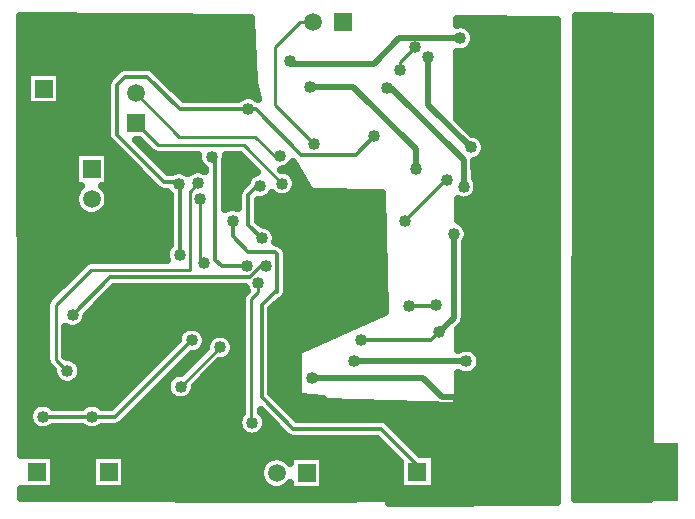
<source format=gbl>
G04 DipTrace 3.0.0.1*
G04 stspin32f0.GBL*
%MOIN*%
G04 #@! TF.FileFunction,Copper,L2,Bot*
G04 #@! TF.Part,Single*
G04 #@! TA.AperFunction,Conductor*
%ADD10C,0.009843*%
%ADD15C,0.012992*%
%ADD16C,0.019685*%
G04 #@! TA.AperFunction,CopperBalancing*
%ADD17C,0.025*%
G04 #@! TA.AperFunction,ComponentPad*
%ADD20C,0.062992*%
%ADD21R,0.062992X0.062992*%
%ADD24R,0.059055X0.059055*%
%ADD25C,0.059055*%
%ADD39R,0.19685X0.19685*%
G04 #@! TA.AperFunction,ViaPad*
%ADD40C,0.04*%
%FSLAX26Y26*%
G04*
G70*
G90*
G75*
G01*
G04 Bottom*
%LPD*%
X1869152Y1479625D2*
D15*
X1864235D1*
X1727249Y1342639D1*
X779896Y1222396D2*
X804172D1*
X805514Y1223739D1*
X1682965Y709568D2*
X1724362D1*
X1751959Y681971D1*
X1898392Y711215D2*
D16*
Y755967D1*
X1852777D1*
X1787824Y820920D1*
X1416269D1*
X1111122Y1790270D2*
D15*
X1121810D1*
X1143672Y1812133D1*
X1098445Y1862303D2*
X1087824D1*
X1074843Y1849322D1*
X1763846Y1515907D2*
D16*
Y1583041D1*
X1556118Y1790769D1*
X1410222D1*
X1417962Y1063163D2*
D15*
X1441249D1*
X1460612Y1043801D1*
X1804194Y1888795D2*
D16*
Y1730804D1*
X1946997Y1588001D1*
X1890772Y1300115D2*
Y1020028D1*
X1842735Y971991D1*
X1579782Y945407D2*
D15*
X1816151D1*
X1842735Y971991D1*
X1932127Y874769D2*
D16*
X1557294D1*
X978012Y1231177D2*
D15*
Y1469572D1*
X974471Y1466031D1*
X1205358Y1715845D2*
X1229634D1*
X1381003Y1564476D1*
X1563992D1*
X1624693Y1625177D1*
X1205358Y1715845D2*
X977184D1*
X868504Y1824525D1*
X795933D1*
X768286Y1796878D1*
Y1629497D1*
X924281Y1473503D1*
X967000D1*
X974471Y1466031D1*
X684018Y690736D2*
X520655D1*
X684018D2*
X762562D1*
X1017031Y945206D1*
X1923245Y1457311D2*
D16*
Y1546417D1*
X1681892Y1787770D1*
X1666663D1*
X1739899Y1059301D2*
D15*
X1828444D1*
X1830972Y1061829D1*
X1912619Y1952580D2*
D16*
X1708831D1*
X1623596Y1867345D1*
X1352723D1*
X1345215Y1874853D1*
X1153198Y1343429D2*
D15*
Y1292920D1*
X1205535Y1240583D1*
X1281430D1*
X1282822Y1239192D1*
X1293891D1*
X1300566Y1232517D1*
Y1106230D1*
X1293038D1*
X1249591Y1062782D1*
Y756462D1*
X1355618Y650434D1*
X1647885D1*
X1765513Y532806D1*
Y510925D1*
X1768938Y507500D1*
X1199769Y1191837D2*
X1116406D1*
X1094201Y1214042D1*
Y1567831D1*
X1084277Y1557907D1*
X1317879Y1467537D2*
D10*
X1189808Y1595608D1*
X903295D1*
X829660Y1669243D1*
X1264415Y1193364D2*
D15*
X1248804D1*
X1211131Y1155690D1*
X745887D1*
X619992Y1029797D1*
X602037Y842639D2*
D10*
X563639Y881037D1*
Y1063974D1*
X680094Y1180429D1*
X1009877D1*
Y1441247D1*
X1038201Y1469572D1*
X1043512Y1415617D2*
Y1196950D1*
X1052055D1*
X1056974Y1201869D1*
X1111066Y921424D2*
X980446Y790803D1*
X1239228Y1136157D2*
Y1105596D1*
X1215379Y1081747D1*
Y674022D1*
X1218576Y670825D1*
X1250593Y1284913D2*
D15*
X1205400Y1330106D1*
Y1430323D1*
X1244894Y1469816D1*
Y1459615D1*
X1312479Y1560815D2*
D10*
Y1576528D1*
X1303077Y1567126D1*
Y1548881D1*
X1229249Y1622709D1*
X976194D1*
X829660Y1769243D1*
X1421306Y2006782D2*
X1377538D1*
X1294942Y1924185D1*
Y1728066D1*
X1424558Y1598450D1*
X1709862Y1845844D2*
Y1872453D1*
X1761180Y1923770D1*
D40*
X1869152Y1479625D3*
X1727249Y1342639D3*
X779896Y1222396D3*
X1682965Y709568D3*
X1898392Y711215D3*
X1416269Y820920D3*
X1111122Y1790270D3*
X1098445Y1862303D3*
X1763846Y1515907D3*
X1410222Y1790769D3*
X1417962Y1063163D3*
X1804194Y1888795D3*
X1946997Y1588001D3*
X1890772Y1300115D3*
X1842735Y971991D3*
X1579782Y945407D3*
X1932127Y874769D3*
X1557294D3*
X978012Y1231177D3*
X974471Y1466031D3*
X1205358Y1715845D3*
X1624693Y1625177D3*
X1205358Y1715845D3*
X684018Y690736D3*
X520655D3*
X1017031Y945206D3*
X684018Y690736D3*
X1923245Y1457311D3*
X1666663Y1787770D3*
X1739899Y1059301D3*
X1830972Y1061829D3*
X1912619Y1952580D3*
X1345215Y1874853D3*
X1153198Y1343429D3*
X1199769Y1191837D3*
X1084277Y1557907D3*
X1317879Y1467537D3*
X1264415Y1193364D3*
X619992Y1029797D3*
X602037Y842639D3*
X1038201Y1469572D3*
X1043512Y1415617D3*
X1056974Y1201869D3*
X1111066Y921424D3*
X980446Y790803D3*
X1239228Y1136157D3*
X1218576Y670825D3*
X1250593Y1284913D3*
X1244894Y1459615D3*
X1312479Y1560815D3*
X1424558Y1598450D3*
X1709862Y1845844D3*
X1761180Y1923770D3*
X1959375Y1861718D3*
X1959127Y1823220D3*
X1996008Y1858980D3*
X2035000Y1859535D3*
X2073201Y1857034D3*
X2073953Y1794522D3*
X1954862Y772089D3*
X1947950Y733604D3*
X1954234Y703759D3*
X2007013Y774133D3*
X2051625Y774602D3*
X2049098Y1210290D3*
X2009213Y1206419D3*
X1980028Y1210142D3*
X1942248Y1207001D3*
X1948610Y1263785D3*
X1329808Y1302459D3*
Y1350840D3*
Y1404404D3*
X2321014Y1646343D3*
X2385092Y1643413D3*
X2444042Y1645135D3*
X2445471Y1590539D3*
X2385530Y1593470D3*
X2325005Y1594752D3*
X2325224Y1534738D3*
X2384249Y1534812D3*
X2441699Y1536240D3*
X2319953Y1103699D3*
X2372444Y1104371D3*
X2427717Y1100243D3*
X2426753Y1048134D3*
X2371861Y1048806D3*
X2319661Y1049098D3*
X2322825Y991424D3*
X2374934Y992388D3*
X2427427Y992096D3*
X2413803Y581499D3*
X2361694Y582552D3*
X2307566Y584664D3*
Y519022D3*
X2355837Y519605D3*
X2413803Y518549D3*
X1347112Y727984D3*
X1395492D3*
X1941066Y1991157D2*
D17*
X2232306D1*
X1959522Y1966289D2*
X2232306D1*
X1960255Y1941420D2*
X2232306D1*
X1944483Y1916551D2*
X2232306D1*
X1904346Y1891682D2*
X2232306D1*
X1904445Y1866814D2*
X2232306D1*
X1904542Y1841945D2*
X2232306D1*
X1904640Y1817076D2*
X2232306D1*
X1904738Y1792207D2*
X2232306D1*
X1904835Y1767339D2*
X2232306D1*
X1904933Y1742470D2*
X2232306D1*
X1905030Y1717601D2*
X2232306D1*
X1905129Y1692732D2*
X2232306D1*
X1920997Y1667864D2*
X2232306D1*
X1945850Y1642995D2*
X2232306D1*
X1984913Y1618126D2*
X2232306D1*
X1995705Y1593257D2*
X2232306D1*
X1991651Y1568388D2*
X2232306D1*
X1963038Y1543520D2*
X2232306D1*
X1962062Y1518651D2*
X2232306D1*
X1962062Y1493782D2*
X2232306D1*
X1970753Y1468913D2*
X2232306D1*
X1970314Y1444045D2*
X2232306D1*
X1952345Y1419176D2*
X2232306D1*
X1906251Y1394307D2*
X2232306D1*
X1906349Y1369438D2*
X2232306D1*
X1906886Y1344570D2*
X2232306D1*
X1935450Y1319701D2*
X2232306D1*
X1939454Y1294832D2*
X2232306D1*
X1929591Y1269963D2*
X2232306D1*
X1929591Y1245094D2*
X2232306D1*
X1929591Y1220226D2*
X2232306D1*
X1929591Y1195357D2*
X2232306D1*
X1929591Y1170488D2*
X2232306D1*
X1929591Y1145619D2*
X2232306D1*
X1929591Y1120751D2*
X2232306D1*
X1929591Y1095882D2*
X2232306D1*
X1929591Y1071013D2*
X2232306D1*
X1929591Y1046144D2*
X2232306D1*
X1929591Y1021276D2*
X2232306D1*
X1920850Y996407D2*
X2232306D1*
X1907911Y971538D2*
X2232306D1*
X1908009Y946669D2*
X2232306D1*
X1908106Y921801D2*
X2232306D1*
X1975490Y896932D2*
X2232306D1*
X1981056Y872063D2*
X2232306D1*
X1972071Y847194D2*
X2232306D1*
X1908497Y822325D2*
X2232306D1*
X1908594Y797457D2*
X2232306D1*
X1908693Y772588D2*
X2232306D1*
X1908741Y747719D2*
X2232306D1*
X1468361Y722850D2*
X2232306D1*
X1468556Y697982D2*
X2232306D1*
X1674318Y673113D2*
X2232306D1*
X1699220Y648244D2*
X2232306D1*
X1724073Y623375D2*
X2232306D1*
X1469190Y598507D2*
X1650665D1*
X1748927D2*
X2232306D1*
X1469337Y573638D2*
X1675567D1*
X1773829D2*
X2232306D1*
X1469483Y548769D2*
X1700421D1*
X1829445D2*
X2232306D1*
X1469678Y523900D2*
X1708429D1*
X1829445D2*
X2232306D1*
X1469825Y499031D2*
X1708429D1*
X1829445D2*
X2232306D1*
X1469972Y474163D2*
X1708429D1*
X1829445D2*
X2232306D1*
X1470167Y449294D2*
X2232306D1*
X1470314Y424425D2*
X2232306D1*
X1779457Y565487D2*
X1826928D1*
Y449510D1*
X1710951D1*
Y540770D1*
X1634223Y617444D1*
X1466585Y617446D1*
X1467867Y415277D1*
X1664909Y418736D1*
X1668651Y417597D1*
X1671857Y415357D1*
X1674214Y412236D1*
X1675491Y408539D1*
X1675549Y404550D1*
X1675430Y403298D1*
X2234814Y406554D1*
X2234650Y2011434D1*
X1901329Y2015858D1*
X1901425Y1997667D1*
X1908972Y1998929D1*
X1916268D1*
X1923474Y1997789D1*
X1930412Y1995534D1*
X1936912Y1992222D1*
X1942814Y1987933D1*
X1947972Y1982774D1*
X1952261Y1976873D1*
X1955573Y1970373D1*
X1957828Y1963434D1*
X1958969Y1956228D1*
Y1948933D1*
X1957828Y1941727D1*
X1955573Y1934789D1*
X1952261Y1928289D1*
X1947972Y1922387D1*
X1942814Y1917228D1*
X1936912Y1912940D1*
X1930412Y1909627D1*
X1923474Y1907373D1*
X1916268Y1906232D1*
X1908972D1*
X1901753Y1907377D1*
X1902640Y1683703D1*
X1952147Y1634238D1*
X1961365Y1632218D1*
X1968105Y1629425D1*
X1974325Y1625614D1*
X1979873Y1620875D1*
X1984612Y1615328D1*
X1988423Y1609108D1*
X1991215Y1602367D1*
X1992917Y1595274D1*
X1993490Y1588001D1*
X1992917Y1580727D1*
X1991215Y1573634D1*
X1988423Y1566894D1*
X1984612Y1560673D1*
X1979873Y1555126D1*
X1974325Y1550387D1*
X1968105Y1546576D1*
X1961365Y1543783D1*
X1959567Y1543277D1*
X1959581Y1486311D1*
X1964671Y1478419D1*
X1967463Y1471678D1*
X1969165Y1464585D1*
X1969738Y1457311D1*
X1969165Y1450038D1*
X1967463Y1442945D1*
X1964671Y1436205D1*
X1960860Y1429984D1*
X1956121Y1424437D1*
X1950573Y1419698D1*
X1944353Y1415887D1*
X1937613Y1413094D1*
X1930520Y1411392D1*
X1923245Y1410819D1*
X1915972Y1411392D1*
X1908879Y1413094D1*
X1903655Y1415189D1*
X1903953Y1344741D1*
X1911879Y1341541D1*
X1918100Y1337730D1*
X1923647Y1332991D1*
X1928386Y1327444D1*
X1932197Y1321223D1*
X1934990Y1314483D1*
X1936692Y1307390D1*
X1937264Y1300115D1*
X1936692Y1292843D1*
X1934990Y1285749D1*
X1932197Y1279009D1*
X1928386Y1272789D1*
X1927088Y1271143D1*
X1926995Y1017176D1*
X1926104Y1011545D1*
X1924341Y1006122D1*
X1921753Y1001042D1*
X1918402Y996429D1*
X1905312Y983182D1*
X1905625Y913007D1*
X1911021Y916194D1*
X1917761Y918987D1*
X1924854Y920689D1*
X1932127Y921261D1*
X1939402Y920689D1*
X1946495Y918987D1*
X1953235Y916194D1*
X1959455Y912383D1*
X1965003Y907644D1*
X1969741Y902097D1*
X1973552Y895877D1*
X1976345Y889136D1*
X1978047Y882043D1*
X1978619Y874769D1*
X1978047Y867496D1*
X1976345Y860403D1*
X1973552Y853663D1*
X1969741Y847442D1*
X1965003Y841895D1*
X1959455Y837156D1*
X1953235Y833345D1*
X1946495Y830552D1*
X1939402Y828850D1*
X1932127Y828277D1*
X1924854Y828850D1*
X1917761Y830552D1*
X1911021Y833345D1*
X1905903Y836420D1*
X1906156Y736031D1*
X1904962Y732307D1*
X1902676Y729134D1*
X1899521Y726823D1*
X1895806Y725601D1*
X1893411Y725445D1*
X1465740Y738862D1*
X1466133Y683436D1*
X1650472Y683322D1*
X1658077Y681808D1*
X1665121Y678562D1*
X1671210Y673761D1*
X1671437Y673516D1*
X1779451Y565520D1*
X2301068Y2000213D2*
X2541185D1*
X2301020Y1975344D2*
X2541185D1*
X2300971Y1950475D2*
X2541185D1*
X2300921Y1925608D2*
X2541185D1*
X2300921Y1900739D2*
X2541185D1*
X2300873Y1875870D2*
X2541185D1*
X2300824Y1851001D2*
X2541185D1*
X2300776Y1826133D2*
X2541185D1*
X2300727Y1801264D2*
X2541185D1*
X2300677Y1776395D2*
X2541185D1*
X2300677Y1751526D2*
X2541185D1*
X2300629Y1726657D2*
X2541185D1*
X2300580Y1701789D2*
X2541185D1*
X2300531Y1676920D2*
X2541185D1*
X2300483Y1652051D2*
X2541185D1*
X2300433Y1627182D2*
X2541185D1*
X2300433Y1602314D2*
X2541185D1*
X2300385Y1577445D2*
X2541185D1*
X2300336Y1552576D2*
X2541185D1*
X2300287Y1527707D2*
X2541185D1*
X2300239Y1502839D2*
X2541185D1*
X2300189Y1477970D2*
X2541185D1*
X2300189Y1453101D2*
X2541185D1*
X2300140Y1428232D2*
X2541185D1*
X2300092Y1403364D2*
X2541185D1*
X2300043Y1378495D2*
X2541185D1*
X2299995Y1353626D2*
X2541185D1*
X2299945Y1328757D2*
X2541185D1*
X2299945Y1303888D2*
X2541185D1*
X2299896Y1279020D2*
X2541185D1*
X2299848Y1254151D2*
X2541185D1*
X2299799Y1229282D2*
X2541185D1*
X2299749Y1204413D2*
X2541185D1*
X2299701Y1179545D2*
X2541185D1*
X2299701Y1154676D2*
X2541185D1*
X2299652Y1129807D2*
X2541185D1*
X2299604Y1104938D2*
X2541185D1*
X2299555Y1080070D2*
X2541185D1*
X2299505Y1055201D2*
X2541185D1*
X2299457Y1030332D2*
X2541185D1*
X2299457Y1005463D2*
X2541185D1*
X2299408Y980594D2*
X2541185D1*
X2299360Y955726D2*
X2541185D1*
X2299311Y930857D2*
X2541185D1*
X2299261Y905988D2*
X2541185D1*
X2299213Y881119D2*
X2541185D1*
X2299213Y856251D2*
X2541185D1*
X2299164Y831382D2*
X2541185D1*
X2299115Y806513D2*
X2541185D1*
X2299067Y781644D2*
X2541185D1*
X2299017Y756776D2*
X2541185D1*
X2298969Y731907D2*
X2541185D1*
X2298969Y707038D2*
X2541185D1*
X2298920Y682169D2*
X2541185D1*
X2298871Y657301D2*
X2541185D1*
X2298823Y632432D2*
X2541185D1*
X2298773Y607563D2*
X2541185D1*
X2298773Y582694D2*
X2541185D1*
X2298724Y557825D2*
X2541185D1*
X2298676Y532957D2*
X2541185D1*
X2298627Y508088D2*
X2541185D1*
X2298579Y483219D2*
X2541185D1*
X2298529Y458350D2*
X2541185D1*
X2298529Y433482D2*
X2541185D1*
X2298604Y2025110D2*
X2295976Y415445D1*
X2543696Y416773D1*
X2543669Y2024534D1*
X2298602Y2025055D1*
X448151Y2000217D2*
X1212585D1*
X448201Y1975348D2*
X1213903D1*
X448249Y1950479D2*
X1215270D1*
X448346Y1925610D2*
X1216638D1*
X448395Y1900741D2*
X1217955D1*
X448445Y1875873D2*
X1219323D1*
X448493Y1851004D2*
X773766D1*
X890681D2*
X1220642D1*
X448542Y1826135D2*
X464580D1*
X581598D2*
X748425D1*
X916022D2*
X1222009D1*
X448591Y1801266D2*
X464587D1*
X581598D2*
X733093D1*
X940875D2*
X1223865D1*
X448639Y1776398D2*
X464499D1*
X581598D2*
X732799D1*
X965778D2*
X1229626D1*
X448689Y1751529D2*
X464505D1*
X581598D2*
X732799D1*
X990631D2*
X1173034D1*
X448786Y1726660D2*
X732799D1*
X448835Y1701791D2*
X732799D1*
X448883Y1676923D2*
X732799D1*
X448933Y1652054D2*
X732799D1*
X448982Y1627185D2*
X732898D1*
X449030Y1602316D2*
X746325D1*
X449079Y1577448D2*
X771227D1*
X449127Y1552579D2*
X624499D1*
X741510D2*
X796081D1*
X894343D2*
X1035583D1*
X1132966D2*
X1185925D1*
X449226Y1527710D2*
X624499D1*
X741510D2*
X820934D1*
X919197D2*
X1046423D1*
X1129694D2*
X1210778D1*
X449274Y1502841D2*
X624499D1*
X741510D2*
X845787D1*
X1129694D2*
X1225281D1*
X1350642D2*
X1372693D1*
X449323Y1477972D2*
X624499D1*
X741510D2*
X870690D1*
X1129694D2*
X1199694D1*
X1365681D2*
X1387975D1*
X449371Y1453104D2*
X638757D1*
X727253D2*
X895543D1*
X1129694D2*
X1179039D1*
X1364558D2*
X1403210D1*
X449421Y1428235D2*
X625866D1*
X740094D2*
X942517D1*
X1129694D2*
X1169909D1*
X1345222D2*
X1649499D1*
X449470Y1403366D2*
X625866D1*
X740143D2*
X942517D1*
X1129694D2*
X1169909D1*
X1240875D2*
X1650037D1*
X449518Y1378497D2*
X638659D1*
X727350D2*
X942517D1*
X1240875D2*
X1650525D1*
X449567Y1353629D2*
X942517D1*
X1240875D2*
X1651013D1*
X449665Y1328760D2*
X942517D1*
X1268562D2*
X1651501D1*
X449714Y1303891D2*
X942517D1*
X1295514D2*
X1652038D1*
X449762Y1279022D2*
X942517D1*
X1299226D2*
X1652526D1*
X449811Y1254154D2*
X935094D1*
X1327937D2*
X1653014D1*
X449861Y1229285D2*
X929039D1*
X1336042D2*
X1653503D1*
X449909Y1204416D2*
X657311D1*
X1336042D2*
X1654039D1*
X449958Y1179547D2*
X632311D1*
X1336042D2*
X1654529D1*
X450007Y1154678D2*
X607458D1*
X1336042D2*
X1655017D1*
X450105Y1129810D2*
X582555D1*
X1336042D2*
X1655505D1*
X450154Y1104941D2*
X557702D1*
X744294D2*
X1191686D1*
X1335993D2*
X1656042D1*
X450202Y1080072D2*
X534167D1*
X719391D2*
X1181482D1*
X1323151D2*
X1656530D1*
X450251Y1055203D2*
X529723D1*
X694538D2*
X1181482D1*
X1291169D2*
X1657018D1*
X450299Y1030335D2*
X529723D1*
X669685D2*
X1181482D1*
X1285066D2*
X1633825D1*
X450349Y1005466D2*
X529723D1*
X662117D2*
X1181482D1*
X1285066D2*
X1578894D1*
X450398Y980597D2*
X529723D1*
X597517D2*
X984362D1*
X1049665D2*
X1181482D1*
X1285066D2*
X1523962D1*
X450446Y955728D2*
X529723D1*
X597517D2*
X969226D1*
X1144929D2*
X1181482D1*
X1285066D2*
X1469030D1*
X450543Y930860D2*
X529723D1*
X597517D2*
X953551D1*
X1159089D2*
X1181482D1*
X1285066D2*
X1414098D1*
X450593Y905991D2*
X529723D1*
X597517D2*
X928698D1*
X1157429D2*
X1181482D1*
X1285066D2*
X1368445D1*
X450642Y881122D2*
X529723D1*
X630622D2*
X903795D1*
X1002058D2*
X1023865D1*
X1136726D2*
X1181482D1*
X1285066D2*
X1368445D1*
X450690Y856253D2*
X541539D1*
X648982D2*
X878942D1*
X977203D2*
X999010D1*
X1092781D2*
X1181482D1*
X1285066D2*
X1368445D1*
X450739Y831385D2*
X554430D1*
X649665D2*
X854089D1*
X1067927D2*
X1181482D1*
X1285066D2*
X1368445D1*
X450787Y806516D2*
X570251D1*
X633795D2*
X829186D1*
X1043073D2*
X1181482D1*
X1285066D2*
X1368445D1*
X450837Y781647D2*
X804333D1*
X902594D2*
X932361D1*
X1028522D2*
X1181482D1*
X1285066D2*
X1368445D1*
X450886Y756778D2*
X779479D1*
X877741D2*
X946277D1*
X1014606D2*
X1181482D1*
X1298395D2*
X1368445D1*
X450983Y731909D2*
X496570D1*
X544734D2*
X659949D1*
X708113D2*
X754577D1*
X852887D2*
X1181482D1*
X1323298D2*
X1453601D1*
X451033Y707041D2*
X474597D1*
X827986D2*
X1181482D1*
X1348151D2*
X1455554D1*
X451081Y682172D2*
X472449D1*
X803131D2*
X1170983D1*
X451130Y657303D2*
X485827D1*
X555475D2*
X649206D1*
X718806D2*
X1171618D1*
X1265534D2*
X1299597D1*
X451178Y632434D2*
X1189879D1*
X1247322D2*
X1324499D1*
X451227Y607566D2*
X1463219D1*
X451277Y582697D2*
X1465123D1*
X559186Y557828D2*
X681482D1*
X798493D2*
X1286510D1*
X1313043D2*
X1341247D1*
X559186Y532959D2*
X681482D1*
X798493D2*
X1250037D1*
X559186Y508091D2*
X681482D1*
X798493D2*
X1241491D1*
X1458307D2*
X1470886D1*
X559186Y483222D2*
X681482D1*
X798493D2*
X1244811D1*
X1458307D2*
X1472790D1*
X559186Y458353D2*
X681482D1*
X798493D2*
X1263269D1*
X1458307D2*
X1474694D1*
X451618Y433484D2*
X1476647D1*
X639479Y1571759D2*
X739018D1*
Y1459719D1*
X717680D1*
X722610Y1455352D1*
X728319Y1448667D1*
X732912Y1441172D1*
X736276Y1433051D1*
X738328Y1424503D1*
X739017Y1415739D1*
X738328Y1406976D1*
X736276Y1398428D1*
X732912Y1390307D1*
X728319Y1382812D1*
X722610Y1376127D1*
X715925Y1370419D1*
X708430Y1365825D1*
X700310Y1362462D1*
X691761Y1360409D1*
X682997Y1359719D1*
X674235Y1360409D1*
X665686Y1362462D1*
X657566Y1365825D1*
X650071Y1370419D1*
X643386Y1376127D1*
X637677Y1382812D1*
X633084Y1390307D1*
X629720Y1398428D1*
X627668Y1406976D1*
X626978Y1415739D1*
X627668Y1424503D1*
X629720Y1433051D1*
X633084Y1441172D1*
X637677Y1448667D1*
X643386Y1455352D1*
X648357Y1459710D1*
X626979Y1459719D1*
Y1571759D1*
X639479D1*
X841295Y1613223D2*
X831238D1*
X937971Y1506466D1*
X951576Y1506492D1*
X960105Y1510248D1*
X967198Y1511950D1*
X974471Y1512524D1*
X981745Y1511950D1*
X988839Y1510248D1*
X995579Y1507455D1*
X1001799Y1503644D1*
X1004453Y1501551D1*
X1010874Y1507185D1*
X1017094Y1510996D1*
X1023835Y1513789D1*
X1030928Y1515491D1*
X1038201Y1516064D1*
X1045475Y1515491D1*
X1052568Y1513789D1*
X1059308Y1510996D1*
X1061238Y1509916D1*
X1061213Y1517509D1*
X1054084Y1522555D1*
X1048925Y1527714D1*
X1044636Y1533615D1*
X1041324Y1540115D1*
X1039070Y1547054D1*
X1037929Y1554260D1*
Y1561555D1*
X1038243Y1564203D1*
X900832Y1564290D1*
X893591Y1565731D1*
X886883Y1568823D1*
X881084Y1573394D1*
X880856Y1573642D1*
X841276Y1613203D1*
X1356257Y558869D2*
X1455797D1*
Y446829D1*
X1343757D1*
Y468168D1*
X1339388Y463238D1*
X1332703Y457529D1*
X1325209Y452936D1*
X1317088Y449572D1*
X1308539Y447520D1*
X1299776Y446829D1*
X1291013Y447520D1*
X1282465Y449572D1*
X1274344Y452936D1*
X1266849Y457529D1*
X1260164Y463238D1*
X1254455Y469923D1*
X1249862Y477417D1*
X1246499Y485538D1*
X1244446Y494087D1*
X1243756Y502849D1*
X1244446Y511613D1*
X1246499Y520161D1*
X1249862Y528282D1*
X1254455Y535777D1*
X1260164Y542462D1*
X1266849Y548171D1*
X1274344Y552764D1*
X1282465Y556127D1*
X1291013Y558180D1*
X1299776Y558870D1*
X1308539Y558180D1*
X1317088Y556127D1*
X1325209Y552764D1*
X1332703Y548171D1*
X1339388Y542462D1*
X1343747Y537491D1*
X1343757Y558869D1*
X1356257D1*
X448786Y562635D2*
X556676D1*
Y450596D1*
X449104D1*
X449220Y419230D1*
X1480514Y415946D1*
X1464942Y617479D1*
X1353030Y617549D1*
X1345425Y619062D1*
X1338382Y622308D1*
X1332293Y627109D1*
X1332066Y627354D1*
X1246770Y712631D1*
X1248770Y706178D1*
X1253929Y701020D1*
X1258218Y695118D1*
X1261530Y688618D1*
X1263785Y681680D1*
X1264925Y674474D1*
Y667178D1*
X1263785Y659972D1*
X1261530Y653034D1*
X1258218Y646534D1*
X1253929Y640633D1*
X1248770Y635474D1*
X1242869Y631185D1*
X1236369Y627873D1*
X1229430Y625618D1*
X1222224Y624478D1*
X1214929D1*
X1207723Y625618D1*
X1200785Y627873D1*
X1194285Y631185D1*
X1188383Y635474D1*
X1183224Y640633D1*
X1178936Y646534D1*
X1175623Y653034D1*
X1173369Y659972D1*
X1172228Y667178D1*
Y674474D1*
X1173369Y681680D1*
X1175623Y688618D1*
X1178936Y695118D1*
X1183988Y701848D1*
X1184063Y1084211D1*
X1185504Y1091453D1*
X1188596Y1098160D1*
X1193167Y1103959D1*
X1193415Y1104188D1*
X1200176Y1110967D1*
X1196276Y1118365D1*
X1194753Y1122710D1*
X759521Y1122702D1*
X666499Y1029648D1*
X665913Y1022522D1*
X664211Y1015429D1*
X661419Y1008689D1*
X657608Y1002469D1*
X652869Y996921D1*
X647322Y992182D1*
X641101Y988371D1*
X634361Y985579D1*
X627268Y983877D1*
X619993Y983304D1*
X612720Y983877D1*
X605627Y985579D1*
X598887Y988371D1*
X595050Y990591D1*
X595054Y894003D1*
X602037Y889131D1*
X609311Y888559D1*
X616404Y886857D1*
X623144Y884064D1*
X629365Y880253D1*
X634912Y875514D1*
X639651Y869967D1*
X643462Y863747D1*
X646255Y857007D1*
X647957Y849913D1*
X648529Y842639D1*
X647957Y835366D1*
X646255Y828273D1*
X643462Y821533D1*
X639651Y815312D1*
X634912Y809765D1*
X629365Y805026D1*
X623144Y801215D1*
X616404Y798423D1*
X609311Y796720D1*
X602037Y796147D1*
X594764Y796720D1*
X587671Y798423D1*
X580930Y801215D1*
X574710Y805026D1*
X569163Y809765D1*
X564424Y815312D1*
X560613Y821533D1*
X557820Y828273D1*
X556118Y835366D1*
X555545Y842639D1*
X555625Y844648D1*
X539753Y860636D1*
X535650Y866776D1*
X533094Y873703D1*
X532226Y881037D1*
X532240Y881374D1*
X532323Y1066438D1*
X533764Y1073680D1*
X536856Y1080387D1*
X541427Y1086186D1*
X541675Y1086415D1*
X659694Y1204315D1*
X665833Y1208419D1*
X672761Y1210974D1*
X680094Y1211843D1*
X680432Y1211829D1*
X935710Y1211843D1*
X932804Y1220323D1*
X931664Y1227529D1*
Y1234824D1*
X932804Y1242030D1*
X935059Y1248969D1*
X938371Y1255469D1*
X942660Y1261370D1*
X945031Y1263936D1*
X945024Y1430054D1*
X939119Y1435837D1*
X935647Y1440517D1*
X921693Y1440617D1*
X914088Y1442130D1*
X907045Y1445377D1*
X900955Y1450177D1*
X900728Y1450423D1*
X743202Y1608073D1*
X738894Y1614521D1*
X736210Y1621797D1*
X735298Y1629497D1*
X735311Y1629832D1*
X735400Y1799467D1*
X736913Y1807072D1*
X740160Y1814115D1*
X744961Y1820205D1*
X745206Y1820432D1*
X774509Y1849610D1*
X780957Y1853919D1*
X788232Y1856602D1*
X795933Y1857514D1*
X796268Y1857501D1*
X871093Y1857412D1*
X878698Y1855899D1*
X885741Y1852652D1*
X891831Y1847852D1*
X892058Y1847606D1*
X990888Y1748795D1*
X1172643Y1748835D1*
X1178031Y1753459D1*
X1184252Y1757270D1*
X1190992Y1760063D1*
X1198085Y1761765D1*
X1205358Y1762337D1*
X1212633Y1761765D1*
X1219726Y1760063D1*
X1226466Y1757270D1*
X1232686Y1753459D1*
X1238631Y1748291D1*
X1225655Y1805348D1*
X1214051Y2019043D1*
X445598Y2024988D1*
X448836Y562664D1*
X696471Y562951D2*
X796010D1*
Y450912D1*
X683971D1*
Y562951D1*
X696471D1*
X479542Y1840314D2*
X579081D1*
Y1728274D1*
X467042D1*
Y1840314D1*
X479542D1*
X1172600Y1748827D2*
X1178031Y1753459D1*
X1184252Y1757270D1*
X1190992Y1760063D1*
X1198085Y1761765D1*
X1205358Y1762337D1*
X1212633Y1761765D1*
X1219726Y1760063D1*
X1226466Y1757270D1*
X1232686Y1753459D1*
X1238631Y1748291D1*
X716778Y657755D2*
X711346Y653122D1*
X705126Y649311D1*
X698386Y646518D1*
X691293Y644816D1*
X684018Y644244D1*
X676745Y644816D1*
X669652Y646518D1*
X662912Y649311D1*
X656692Y653122D1*
X651256Y657747D1*
X553404D1*
X547983Y653122D1*
X541762Y649311D1*
X535022Y646518D1*
X527929Y644816D1*
X520655Y644244D1*
X513382Y644816D1*
X506289Y646518D1*
X499549Y649311D1*
X493328Y653122D1*
X487781Y657861D1*
X483042Y663408D1*
X479231Y669629D1*
X476438Y676369D1*
X474736Y683462D1*
X474163Y690736D1*
X474736Y698009D1*
X476438Y705102D1*
X479231Y711843D1*
X483042Y718063D1*
X487781Y723610D1*
X493328Y728349D1*
X499549Y732160D1*
X506289Y734953D1*
X513382Y736655D1*
X520655Y737228D1*
X527929Y736655D1*
X535022Y734953D1*
X541762Y732160D1*
X547983Y728349D1*
X553415Y723717D1*
X651270Y723724D1*
X656692Y728349D1*
X662912Y732160D1*
X669652Y734953D1*
X676745Y736655D1*
X684018Y737228D1*
X691293Y736655D1*
X698386Y734953D1*
X705126Y732160D1*
X711346Y728349D1*
X716778Y723717D1*
X748912Y723724D1*
X970529Y945356D1*
X971113Y952480D1*
X972815Y959573D1*
X975608Y966314D1*
X979419Y972534D1*
X984157Y978081D1*
X989705Y982820D1*
X995925Y986631D1*
X1002665Y989424D1*
X1009759Y991126D1*
X1017031Y991698D1*
X1024306Y991126D1*
X1031399Y989424D1*
X1038139Y986631D1*
X1044360Y982820D1*
X1049907Y978081D1*
X1054646Y972534D1*
X1058457Y966314D1*
X1061249Y959573D1*
X1062951Y952480D1*
X1063524Y945206D1*
X1062951Y937933D1*
X1061249Y930840D1*
X1058457Y924100D1*
X1054646Y917879D1*
X1049907Y912332D1*
X1044360Y907593D1*
X1038139Y903782D1*
X1031399Y900990D1*
X1024306Y899287D1*
X1017189Y898720D1*
X783986Y665651D1*
X777537Y661343D1*
X770262Y658659D1*
X762560Y657747D1*
X762227Y657760D1*
X716810Y657747D1*
X711346Y653122D1*
X705126Y649311D1*
X698386Y646518D1*
X691293Y644816D1*
X684018Y644244D1*
X676745Y644816D1*
X669652Y646518D1*
X662912Y649311D1*
X656692Y653122D1*
X651260Y657755D1*
X1321668Y1258067D2*
X1327255Y1251907D1*
X1331043Y1245140D1*
X1333148Y1237677D1*
X1333555Y1232517D1*
X1333453Y1103642D1*
X1331940Y1096037D1*
X1328693Y1088993D1*
X1323892Y1082904D1*
X1317803Y1078104D1*
X1310760Y1074857D1*
X1307881Y1074076D1*
X1282564Y1049102D1*
X1282580Y770155D1*
X1369281Y683425D1*
X1459867Y683424D1*
X1454833Y748633D1*
X1380428Y755223D1*
X1376827Y756748D1*
X1373873Y759311D1*
X1371856Y762661D1*
X1370972Y766472D1*
X1371096Y904088D1*
X1372304Y907807D1*
X1374602Y910971D1*
X1377766Y913269D1*
X1659811Y1040975D1*
X1651881Y1435245D1*
X1419933Y1438085D1*
X1416228Y1439337D1*
X1413091Y1441672D1*
X1411375Y1443874D1*
X1353304Y1538571D1*
X1350093Y1533488D1*
X1345354Y1527941D1*
X1339807Y1523202D1*
X1333587Y1519391D1*
X1326846Y1516598D1*
X1319753Y1514896D1*
X1315373Y1514437D1*
X1325154Y1513455D1*
X1332247Y1511753D1*
X1338987Y1508961D1*
X1345207Y1505150D1*
X1350755Y1500411D1*
X1355493Y1494864D1*
X1359304Y1488643D1*
X1362097Y1481903D1*
X1363799Y1474810D1*
X1364371Y1467537D1*
X1363799Y1460262D1*
X1362097Y1453169D1*
X1359304Y1446429D1*
X1355493Y1440209D1*
X1350755Y1434661D1*
X1345207Y1429923D1*
X1338987Y1426112D1*
X1332247Y1423319D1*
X1325154Y1421617D1*
X1317879Y1421045D1*
X1310606Y1421617D1*
X1303513Y1423319D1*
X1296773Y1426112D1*
X1290552Y1429923D1*
X1284472Y1435238D1*
X1280247Y1429423D1*
X1275088Y1424264D1*
X1269186Y1419975D1*
X1262686Y1416663D1*
X1255748Y1414408D1*
X1248542Y1413268D1*
X1241247D1*
X1238371Y1413608D1*
X1238390Y1343751D1*
X1250720Y1331438D1*
X1257866Y1330833D1*
X1264959Y1329131D1*
X1271699Y1326339D1*
X1277920Y1322528D1*
X1283467Y1317789D1*
X1288206Y1312241D1*
X1292017Y1306021D1*
X1294810Y1299281D1*
X1296512Y1292188D1*
X1297085Y1284913D1*
X1296512Y1277640D1*
X1295255Y1272126D1*
X1301593Y1271268D1*
X1308869Y1268584D1*
X1315316Y1264276D1*
X1321668Y1258067D1*
X1127188Y1381921D2*
X1132092Y1384853D1*
X1138832Y1387646D1*
X1145925Y1389348D1*
X1153198Y1389921D1*
X1160472Y1389348D1*
X1167566Y1387646D1*
X1172428Y1385719D1*
X1172514Y1432912D1*
X1174028Y1440517D1*
X1177274Y1447560D1*
X1182075Y1453650D1*
X1182320Y1453877D1*
X1199925Y1471500D1*
X1201941Y1477408D1*
X1205253Y1483908D1*
X1209542Y1489810D1*
X1214701Y1494969D1*
X1220602Y1499257D1*
X1227102Y1502570D1*
X1234041Y1504824D1*
X1235818Y1505177D1*
X1176791Y1564199D1*
X1130386Y1564193D1*
X1130626Y1554260D1*
X1129486Y1547054D1*
X1127177Y1539999D1*
X1127190Y1381942D1*
X1109076Y875008D2*
X1026902Y792833D1*
X1026366Y783530D1*
X1024664Y776437D1*
X1021871Y769697D1*
X1018060Y763476D1*
X1013322Y757929D1*
X1007774Y753190D1*
X1001554Y749379D1*
X994814Y746587D1*
X987720Y744885D1*
X980446Y744311D1*
X973173Y744885D1*
X966080Y746587D1*
X959340Y749379D1*
X953119Y753190D1*
X947572Y757929D1*
X942833Y763476D1*
X939022Y769697D1*
X936230Y776437D1*
X934528Y783530D1*
X933954Y790803D1*
X934528Y798077D1*
X936230Y805171D1*
X939022Y811911D1*
X942833Y818131D1*
X947572Y823678D1*
X953119Y828417D1*
X959340Y832228D1*
X966080Y835021D1*
X973173Y836723D1*
X980446Y837297D1*
X982455Y837217D1*
X1064612Y919394D1*
X1065147Y928697D1*
X1066849Y935790D1*
X1069642Y942530D1*
X1073453Y948751D1*
X1078192Y954298D1*
X1083739Y959037D1*
X1089959Y962848D1*
X1096699Y965640D1*
X1103793Y967343D1*
X1111066Y967916D1*
X1118340Y967343D1*
X1125433Y965640D1*
X1132173Y962848D1*
X1138394Y959037D1*
X1143941Y954298D1*
X1148680Y948751D1*
X1152491Y942530D1*
X1155283Y935790D1*
X1156986Y928697D1*
X1157558Y921424D1*
X1156986Y914150D1*
X1155283Y907056D1*
X1152491Y900316D1*
X1148680Y894096D1*
X1143941Y888549D1*
X1138394Y883810D1*
X1132173Y879999D1*
X1125433Y877206D1*
X1118340Y875504D1*
X1111066Y874932D1*
X1109058Y875010D1*
D20*
X1518938Y507500D3*
D21*
X1768938D3*
D24*
X682997Y1515739D3*
D25*
Y1415739D3*
D24*
X829660Y1669243D3*
D25*
Y1769243D3*
D24*
X1399776Y502849D3*
D25*
X1299776D3*
X1199776D3*
D24*
X500655Y506615D3*
D25*
X600655D3*
D24*
X739990Y506933D3*
D25*
X839990D3*
D24*
X523060Y1784294D3*
D25*
X623060D3*
D24*
X1521306Y2006782D3*
D25*
X1421306D3*
D39*
X2023743Y502112D3*
X2541343Y507676D3*
M02*

</source>
